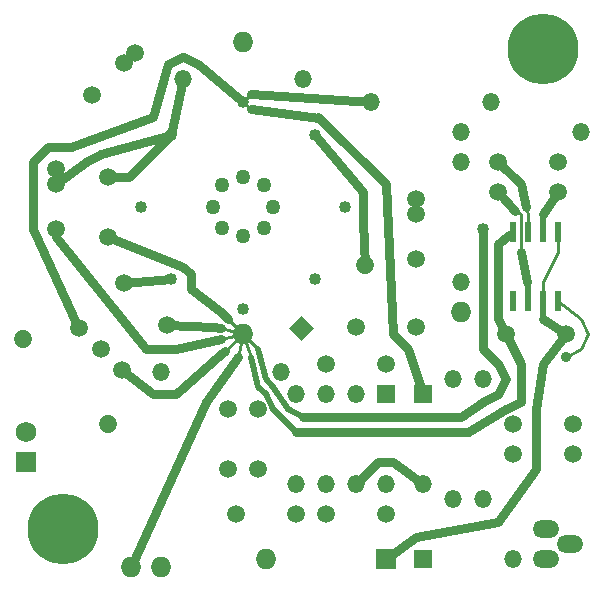
<source format=gtl>
G04 (created by PCBNEW (22-Jun-2014 BZR 4027)-stable) date Fri 29 Dec 2017 04:16:52 AM CST*
%MOIN*%
G04 Gerber Fmt 3.4, Leading zero omitted, Abs format*
%FSLAX34Y34*%
G01*
G70*
G90*
G04 APERTURE LIST*
%ADD10C,0.00590551*%
%ADD11O,0.0885X0.059*%
%ADD12O,0.059X0.059*%
%ADD13C,0.059*%
%ADD14C,0.05*%
%ADD15R,0.059X0.059*%
%ADD16O,0.069X0.069*%
%ADD17C,0.23622*%
%ADD18C,0.059*%
%ADD19R,0.069X0.069*%
%ADD20C,0.069*%
%ADD21R,0.019X0.07*%
%ADD22C,0.04*%
%ADD23C,0.035*%
%ADD24C,0.03*%
%ADD25C,0.01*%
%ADD26C,0.02*%
G04 APERTURE END LIST*
G54D10*
G54D11*
X95852Y-43250D03*
X96647Y-43750D03*
X95852Y-44250D03*
G54D12*
X92750Y-38250D03*
X92750Y-42250D03*
X93750Y-42250D03*
X93750Y-38250D03*
X83000Y-38000D03*
X87000Y-38000D03*
X83750Y-28250D03*
X87750Y-28250D03*
G54D13*
X81250Y-39750D02*
X81250Y-39750D01*
X78421Y-36921D02*
X78421Y-36921D01*
G54D14*
X85042Y-31792D03*
X86457Y-31792D03*
X86739Y-32500D03*
X85750Y-31510D03*
X86457Y-33207D03*
X85750Y-33489D03*
X85042Y-33207D03*
X84760Y-32500D03*
G54D15*
X90500Y-38750D03*
G54D12*
X89500Y-38750D03*
X88500Y-38750D03*
X87500Y-38750D03*
X87500Y-41750D03*
X88500Y-41750D03*
X90500Y-41750D03*
X89500Y-41750D03*
G54D16*
X83000Y-44500D03*
X82000Y-44500D03*
G54D17*
X95750Y-27250D03*
G54D18*
X80292Y-36542D03*
X81707Y-37957D03*
X81000Y-37250D03*
X94750Y-40750D03*
X96750Y-40750D03*
X91500Y-36500D03*
X89500Y-36500D03*
X85250Y-41250D03*
X85250Y-39250D03*
X86250Y-41250D03*
X86250Y-39250D03*
X88500Y-42750D03*
X90500Y-42750D03*
X81792Y-35042D03*
X83207Y-36457D03*
X81250Y-31500D03*
X81250Y-33500D03*
X96750Y-39750D03*
X94750Y-39750D03*
X90500Y-37750D03*
X88500Y-37750D03*
X87500Y-42750D03*
X85500Y-42750D03*
G54D16*
X85750Y-36750D03*
G54D19*
X90500Y-44250D03*
G54D16*
X86500Y-44250D03*
G54D15*
X91750Y-38750D03*
G54D12*
X91750Y-41750D03*
G54D10*
G36*
X87689Y-36143D02*
X88106Y-36560D01*
X87689Y-36977D01*
X87272Y-36560D01*
X87689Y-36143D01*
X87689Y-36143D01*
G37*
G54D13*
X89810Y-34439D02*
X89810Y-34439D01*
G54D15*
X91750Y-44250D03*
G54D12*
X94750Y-44250D03*
G54D18*
X82133Y-27366D03*
X80719Y-28780D03*
X81780Y-27719D03*
X79500Y-31250D03*
X79500Y-33250D03*
X79500Y-31750D03*
X91500Y-32250D03*
X91500Y-34250D03*
X91500Y-32750D03*
G54D19*
X78500Y-41000D03*
G54D20*
X78500Y-40000D03*
G54D17*
X79750Y-43250D03*
G54D16*
X85750Y-27000D03*
G54D21*
X96250Y-33350D03*
X95750Y-33350D03*
X95250Y-33350D03*
X94750Y-33350D03*
X94750Y-35650D03*
X95250Y-35650D03*
X95750Y-35650D03*
X96250Y-35650D03*
G54D12*
X90000Y-29000D03*
X94000Y-29000D03*
X97000Y-30000D03*
X93000Y-30000D03*
X93000Y-31000D03*
X93000Y-35000D03*
G54D18*
X94250Y-31000D03*
X96250Y-31000D03*
X96250Y-32000D03*
X94250Y-32000D03*
X96500Y-36750D03*
X94500Y-36750D03*
G54D16*
X93000Y-36000D03*
G54D22*
X89150Y-32500D03*
X82350Y-32500D03*
X88150Y-30100D03*
X83350Y-30100D03*
X88150Y-34900D03*
X83350Y-34900D03*
X85750Y-29000D03*
G54D23*
X96500Y-37500D03*
G54D22*
X93750Y-33250D03*
X85750Y-35900D03*
G54D24*
X95500Y-39250D02*
X95750Y-37750D01*
X91500Y-43500D02*
X94250Y-43000D01*
X94250Y-43000D02*
X95500Y-41250D01*
X95500Y-41250D02*
X95500Y-39250D01*
X90500Y-44250D02*
X91500Y-43500D01*
X95750Y-37750D02*
X96500Y-36750D01*
G54D25*
X95750Y-35650D02*
X95750Y-35000D01*
X96250Y-34000D02*
X96250Y-33350D01*
X95750Y-35000D02*
X96250Y-34000D01*
G54D26*
X95750Y-35650D02*
X95750Y-36250D01*
G54D24*
X95750Y-36250D02*
X96500Y-36750D01*
G54D26*
X95750Y-33350D02*
X95750Y-32750D01*
G54D24*
X95750Y-32750D02*
X96250Y-32000D01*
X89500Y-41750D02*
X90250Y-41000D01*
X90750Y-41000D02*
X91750Y-41750D01*
X90250Y-41000D02*
X90750Y-41000D01*
X89750Y-32000D02*
X89750Y-33000D01*
X89750Y-33000D02*
X89810Y-34439D01*
X88150Y-30100D02*
X89750Y-32000D01*
X83350Y-30100D02*
X81000Y-30750D01*
X80500Y-31000D02*
X79500Y-31750D01*
X81000Y-30750D02*
X80500Y-31000D01*
X83350Y-30100D02*
X83750Y-28250D01*
X81250Y-31500D02*
X81950Y-31500D01*
X81950Y-31500D02*
X83350Y-30100D01*
X81792Y-35042D02*
X83350Y-34900D01*
G54D25*
X83000Y-38000D02*
X83000Y-38000D01*
X95250Y-33350D02*
X95250Y-32750D01*
G54D24*
X95000Y-31750D02*
X94250Y-31000D01*
X95000Y-31750D02*
X95191Y-32514D01*
G54D25*
X95191Y-32514D02*
X95250Y-32750D01*
X95250Y-32750D02*
X95250Y-32750D01*
X95000Y-34000D02*
X95000Y-32750D01*
G54D26*
X95250Y-35650D02*
X95250Y-35250D01*
G54D24*
X95000Y-34000D02*
X95201Y-35009D01*
G54D26*
X95201Y-35009D02*
X95250Y-35250D01*
G54D25*
X95000Y-32750D02*
X94800Y-32649D01*
G54D24*
X94800Y-32649D02*
X94250Y-32000D01*
X90000Y-29000D02*
X86000Y-28750D01*
G54D25*
X86000Y-28750D02*
X85750Y-29000D01*
G54D24*
X88285Y-29535D02*
X86000Y-29250D01*
G54D25*
X86000Y-29250D02*
X85750Y-29000D01*
G54D24*
X83250Y-27750D02*
X82750Y-29500D01*
X82750Y-29500D02*
X80000Y-30500D01*
X80000Y-30500D02*
X79250Y-30500D01*
X79250Y-30500D02*
X78750Y-31000D01*
X78750Y-31000D02*
X78750Y-33250D01*
X84250Y-27750D02*
X85750Y-29000D01*
X80292Y-36542D02*
X80250Y-36500D01*
X78750Y-33250D02*
X80250Y-36500D01*
X83750Y-27500D02*
X83250Y-27750D01*
X84250Y-27750D02*
X83750Y-27500D01*
X91750Y-38750D02*
X91250Y-37250D01*
X91250Y-37250D02*
X90750Y-36750D01*
X90750Y-36750D02*
X90500Y-31750D01*
X90500Y-31750D02*
X88285Y-29535D01*
X88285Y-29535D02*
X88250Y-29500D01*
G54D25*
X96500Y-37500D02*
X97000Y-37250D01*
X97000Y-36250D02*
X96250Y-35650D01*
X97250Y-36750D02*
X97000Y-36250D01*
X97000Y-37250D02*
X97250Y-36750D01*
G54D24*
X94250Y-33750D02*
X94600Y-33450D01*
X94250Y-36250D02*
X94250Y-33750D01*
X94500Y-36750D02*
X94250Y-36250D01*
G54D25*
X94600Y-33450D02*
X94750Y-33350D01*
G54D24*
X93750Y-37250D02*
X93750Y-33250D01*
G54D26*
X86750Y-39250D02*
X87500Y-40000D01*
G54D24*
X95000Y-37750D02*
X95000Y-39000D01*
X95000Y-39000D02*
X94500Y-39250D01*
X94500Y-39250D02*
X93250Y-40000D01*
X93250Y-40000D02*
X92250Y-40000D01*
X92250Y-40000D02*
X87500Y-40000D01*
X94500Y-36750D02*
X95000Y-37750D01*
G54D26*
X86250Y-38500D02*
X86500Y-38750D01*
X86500Y-38750D02*
X86750Y-39250D01*
G54D25*
X86000Y-37500D02*
X85750Y-36750D01*
G54D26*
X86000Y-37500D02*
X86250Y-38500D01*
X86250Y-37250D02*
X86500Y-38250D01*
X86500Y-38250D02*
X86750Y-38500D01*
X86750Y-38500D02*
X87250Y-39250D01*
X87250Y-39250D02*
X87750Y-39500D01*
G54D25*
X86250Y-37250D02*
X85750Y-36750D01*
G54D26*
X93750Y-37250D02*
X93750Y-37250D01*
G54D24*
X94500Y-38250D02*
X94250Y-37750D01*
X94250Y-37750D02*
X93750Y-37250D01*
X87750Y-39500D02*
X93000Y-39500D01*
X94250Y-38750D02*
X93750Y-39000D01*
X93000Y-39500D02*
X93750Y-39000D01*
X94250Y-38750D02*
X94500Y-38250D01*
X85596Y-37519D02*
X84500Y-39000D01*
G54D25*
X85596Y-37519D02*
X85653Y-37230D01*
X85653Y-37230D02*
X85750Y-36750D01*
G54D24*
X82000Y-44500D02*
X84500Y-39000D01*
X83500Y-38750D02*
X82750Y-38750D01*
X82750Y-38750D02*
X81707Y-37957D01*
X85000Y-37416D02*
X83500Y-38750D01*
X85134Y-37326D02*
X85000Y-37416D01*
G54D25*
X85750Y-36750D02*
X85134Y-37326D01*
X85750Y-36750D02*
X85250Y-36250D01*
G54D24*
X85000Y-36000D02*
X84000Y-35250D01*
X84000Y-35250D02*
X84000Y-34750D01*
X84000Y-34750D02*
X83750Y-34500D01*
X83750Y-34500D02*
X81250Y-33500D01*
X85250Y-36250D02*
X85000Y-36000D01*
X82500Y-37250D02*
X79500Y-33500D01*
X79500Y-33500D02*
X79500Y-33250D01*
X85000Y-36916D02*
X83500Y-37250D01*
G54D25*
X85750Y-36750D02*
X85000Y-36916D01*
G54D24*
X82500Y-37250D02*
X83500Y-37250D01*
G54D25*
X85750Y-36750D02*
X85000Y-36562D01*
G54D24*
X84750Y-36500D02*
X83207Y-36457D01*
X85000Y-36562D02*
X84750Y-36500D01*
X83207Y-36457D02*
X83164Y-36414D01*
M02*

</source>
